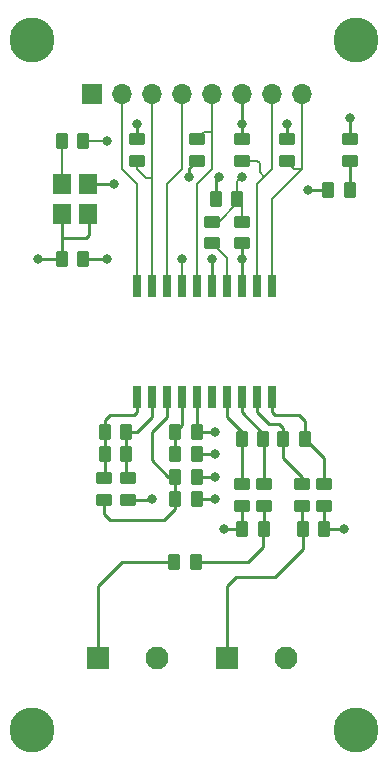
<source format=gbr>
%TF.GenerationSoftware,KiCad,Pcbnew,7.0.10-7.0.10~ubuntu22.04.1*%
%TF.CreationDate,2024-03-28T15:08:32-05:00*%
%TF.ProjectId,IIoT_Sensor,49496f54-5f53-4656-9e73-6f722e6b6963,1.0*%
%TF.SameCoordinates,Original*%
%TF.FileFunction,Copper,L1,Top*%
%TF.FilePolarity,Positive*%
%FSLAX46Y46*%
G04 Gerber Fmt 4.6, Leading zero omitted, Abs format (unit mm)*
G04 Created by KiCad (PCBNEW 7.0.10-7.0.10~ubuntu22.04.1) date 2024-03-28 15:08:32*
%MOMM*%
%LPD*%
G01*
G04 APERTURE LIST*
G04 Aperture macros list*
%AMRoundRect*
0 Rectangle with rounded corners*
0 $1 Rounding radius*
0 $2 $3 $4 $5 $6 $7 $8 $9 X,Y pos of 4 corners*
0 Add a 4 corners polygon primitive as box body*
4,1,4,$2,$3,$4,$5,$6,$7,$8,$9,$2,$3,0*
0 Add four circle primitives for the rounded corners*
1,1,$1+$1,$2,$3*
1,1,$1+$1,$4,$5*
1,1,$1+$1,$6,$7*
1,1,$1+$1,$8,$9*
0 Add four rect primitives between the rounded corners*
20,1,$1+$1,$2,$3,$4,$5,0*
20,1,$1+$1,$4,$5,$6,$7,0*
20,1,$1+$1,$6,$7,$8,$9,0*
20,1,$1+$1,$8,$9,$2,$3,0*%
G04 Aperture macros list end*
%TA.AperFunction,ComponentPad*%
%ADD10C,3.800000*%
%TD*%
%TA.AperFunction,SMDPad,CuDef*%
%ADD11RoundRect,0.250000X0.450000X-0.262500X0.450000X0.262500X-0.450000X0.262500X-0.450000X-0.262500X0*%
%TD*%
%TA.AperFunction,SMDPad,CuDef*%
%ADD12RoundRect,0.250000X-0.262500X-0.450000X0.262500X-0.450000X0.262500X0.450000X-0.262500X0.450000X0*%
%TD*%
%TA.AperFunction,SMDPad,CuDef*%
%ADD13R,0.650000X1.900000*%
%TD*%
%TA.AperFunction,SMDPad,CuDef*%
%ADD14RoundRect,0.250000X-0.450000X0.262500X-0.450000X-0.262500X0.450000X-0.262500X0.450000X0.262500X0*%
%TD*%
%TA.AperFunction,ComponentPad*%
%ADD15R,1.950000X1.950000*%
%TD*%
%TA.AperFunction,ComponentPad*%
%ADD16C,1.950000*%
%TD*%
%TA.AperFunction,SMDPad,CuDef*%
%ADD17RoundRect,0.250000X0.262500X0.450000X-0.262500X0.450000X-0.262500X-0.450000X0.262500X-0.450000X0*%
%TD*%
%TA.AperFunction,ComponentPad*%
%ADD18R,1.700000X1.700000*%
%TD*%
%TA.AperFunction,ComponentPad*%
%ADD19O,1.700000X1.700000*%
%TD*%
%TA.AperFunction,SMDPad,CuDef*%
%ADD20R,1.500000X1.700000*%
%TD*%
%TA.AperFunction,ViaPad*%
%ADD21C,0.800000*%
%TD*%
%TA.AperFunction,Conductor*%
%ADD22C,0.250000*%
%TD*%
%TA.AperFunction,Conductor*%
%ADD23C,0.200000*%
%TD*%
G04 APERTURE END LIST*
D10*
%TO.P,,1*%
%TO.N,N/C*%
X174752000Y-112268000D03*
%TD*%
D11*
%TO.P,R3,1*%
%TO.N,CHANNEL0*%
X170180000Y-93265000D03*
%TO.P,R3,2*%
%TO.N,AIN0P*%
X170180000Y-91440000D03*
%TD*%
D12*
%TO.P,C8,1*%
%TO.N,HLDO_OUT*%
X159465000Y-86995000D03*
%TO.P,C8,2*%
%TO.N,HGND*%
X161290000Y-86995000D03*
%TD*%
%TO.P,C5,1*%
%TO.N,HLDO_IN*%
X159465000Y-92710000D03*
%TO.P,C5,2*%
%TO.N,HGND*%
X161290000Y-92710000D03*
%TD*%
%TO.P,C6,1*%
%TO.N,HLDO_IN*%
X159465000Y-90805000D03*
%TO.P,C6,2*%
%TO.N,HGND*%
X161290000Y-90805000D03*
%TD*%
D13*
%TO.P,IC1,1,DCDC_OUT*%
%TO.N,DCDC_OUT*%
X156210000Y-84100000D03*
%TO.P,IC1,2,DCDC_HGND*%
%TO.N,DCDC_HGND*%
X157480000Y-84100000D03*
%TO.P,IC1,3,HLDO_IN*%
%TO.N,HLDO_IN*%
X158750000Y-84100000D03*
%TO.P,IC1,4,HLDO_OUT*%
%TO.N,HLDO_OUT*%
X160020000Y-84100000D03*
%TO.P,IC1,5,HGND*%
%TO.N,HGND*%
X161290000Y-84100000D03*
%TO.P,IC1,6,GPO*%
%TO.N,unconnected-(IC1-GPO-Pad6)*%
X162560000Y-84100000D03*
%TO.P,IC1,7,AIN1N*%
%TO.N,AIN1N*%
X163830000Y-84100000D03*
%TO.P,IC1,8,AIN1P*%
%TO.N,AIN1P*%
X165100000Y-84100000D03*
%TO.P,IC1,9,AIN0P*%
%TO.N,AIN0P*%
X166370000Y-84100000D03*
%TO.P,IC1,10,AIN0N*%
%TO.N,AIN0N*%
X167640000Y-84100000D03*
%TO.P,IC1,11,~{SYNC}/~{RESET}*%
%TO.N,~{SYNC}{slash}~{RESET}*%
X167640000Y-74650000D03*
%TO.P,IC1,12,DOUT*%
%TO.N,DOUT*%
X166370000Y-74650000D03*
%TO.P,IC1,13,DVDD*%
%TO.N,DVDD*%
X165100000Y-74650000D03*
%TO.P,IC1,14,DCDC_CAP*%
%TO.N,DCDC_CAP*%
X163830000Y-74650000D03*
%TO.P,IC1,15,DGND*%
%TO.N,DGND*%
X162560000Y-74650000D03*
%TO.P,IC1,16,~{DRDY}*%
%TO.N,~{DRDY}*%
X161290000Y-74650000D03*
%TO.P,IC1,17,CLKIN*%
%TO.N,CLK*%
X160020000Y-74650000D03*
%TO.P,IC1,18,SCLK*%
%TO.N,SCLK*%
X158750000Y-74650000D03*
%TO.P,IC1,19,~{CS}*%
%TO.N,~{CS_MCU}*%
X157480000Y-74650000D03*
%TO.P,IC1,20,DIN*%
%TO.N,DIN*%
X156210000Y-74650000D03*
%TD*%
D14*
%TO.P,D1,1,K*%
%TO.N,DGND*%
X174244000Y-62230000D03*
%TO.P,D1,2,A*%
%TO.N,Net-(D1-A)*%
X174244000Y-64055000D03*
%TD*%
D15*
%TO.P,J4,1,Pin_1*%
%TO.N,CHANNEL0*%
X163830000Y-106122500D03*
D16*
%TO.P,J4,2,Pin_2*%
%TO.N,HGND*%
X168830000Y-106122500D03*
%TD*%
D14*
%TO.P,R10,1*%
%TO.N,DVDD*%
X165100000Y-62230000D03*
%TO.P,R10,2*%
%TO.N,DOUT*%
X165100000Y-64055000D03*
%TD*%
D17*
%TO.P,C10,1*%
%TO.N,AIN1P*%
X166925000Y-87630000D03*
%TO.P,C10,2*%
%TO.N,AIN1N*%
X165100000Y-87630000D03*
%TD*%
D11*
%TO.P,R11,1*%
%TO.N,DVDD*%
X161290000Y-64055000D03*
%TO.P,R11,2*%
%TO.N,~{DRDY}*%
X161290000Y-62230000D03*
%TD*%
D10*
%TO.P,,1*%
%TO.N,DGND*%
X174752000Y-53848000D03*
%TD*%
D15*
%TO.P,J5,1,Pin_1*%
%TO.N,CHANNEL1*%
X152948000Y-106122500D03*
D16*
%TO.P,J5,2,Pin_2*%
%TO.N,HGND*%
X157948000Y-106122500D03*
%TD*%
D11*
%TO.P,FB2,1*%
%TO.N,HGND*%
X155448000Y-92757000D03*
%TO.P,FB2,2*%
%TO.N,DCDC_HGND*%
X155448000Y-90932000D03*
%TD*%
%TO.P,R6,1*%
%TO.N,Net-(R6-Pad1)*%
X167005000Y-93265000D03*
%TO.P,R6,2*%
%TO.N,AIN1P*%
X167005000Y-91440000D03*
%TD*%
D12*
%TO.P,C7,1*%
%TO.N,HLDO_OUT*%
X159465000Y-88900000D03*
%TO.P,C7,2*%
%TO.N,HGND*%
X161290000Y-88900000D03*
%TD*%
%TO.P,C3,1*%
%TO.N,DCDC_OUT*%
X153519500Y-88900000D03*
%TO.P,C3,2*%
%TO.N,DCDC_HGND*%
X155344500Y-88900000D03*
%TD*%
D14*
%TO.P,C11,1*%
%TO.N,DGND*%
X162560000Y-69215000D03*
%TO.P,C11,2*%
%TO.N,DCDC_CAP*%
X162560000Y-71040000D03*
%TD*%
D12*
%TO.P,R12,1*%
%TO.N,Net-(Y1-_CLOCK_OUTPUT)*%
X149860000Y-62420363D03*
%TO.P,R12,2*%
%TO.N,CLK*%
X151685000Y-62420363D03*
%TD*%
D10*
%TO.P,,1*%
%TO.N,N/C*%
X147320000Y-112268000D03*
%TD*%
%TO.P,REF\u002A\u002A,1*%
%TO.N,DGND*%
X147320000Y-53848000D03*
%TD*%
D18*
%TO.P,J1,1,Pin_1*%
%TO.N,DGND*%
X152400000Y-58420000D03*
D19*
%TO.P,J1,2,Pin_2*%
%TO.N,DIN*%
X154940000Y-58420000D03*
%TO.P,J1,3,Pin_3*%
%TO.N,~{CS_MCU}*%
X157480000Y-58420000D03*
%TO.P,J1,4,Pin_4*%
%TO.N,SCLK*%
X160020000Y-58420000D03*
%TO.P,J1,5,Pin_5*%
%TO.N,~{DRDY}*%
X162560000Y-58420000D03*
%TO.P,J1,6,Pin_6*%
%TO.N,DVDD*%
X165100000Y-58420000D03*
%TO.P,J1,7,Pin_7*%
%TO.N,DOUT*%
X167640000Y-58420000D03*
%TO.P,J1,8,Pin_8*%
%TO.N,~{SYNC}{slash}~{RESET}*%
X170180000Y-58420000D03*
%TD*%
D12*
%TO.P,C9,1*%
%TO.N,AIN0P*%
X168632500Y-87630000D03*
%TO.P,C9,2*%
%TO.N,AIN0N*%
X170457500Y-87630000D03*
%TD*%
D11*
%TO.P,R5,1*%
%TO.N,HGND*%
X165100000Y-93265000D03*
%TO.P,R5,2*%
%TO.N,AIN1N*%
X165100000Y-91440000D03*
%TD*%
D12*
%TO.P,C12,1*%
%TO.N,DVDD*%
X149860000Y-72390000D03*
%TO.P,C12,2*%
%TO.N,DGND*%
X151685000Y-72390000D03*
%TD*%
%TO.P,C2,1*%
%TO.N,DVDD*%
X162917500Y-67310000D03*
%TO.P,C2,2*%
%TO.N,DGND*%
X164742500Y-67310000D03*
%TD*%
D14*
%TO.P,R1,1*%
%TO.N,DVDD*%
X168910000Y-62230000D03*
%TO.P,R1,2*%
%TO.N,~{SYNC}{slash}~{RESET}*%
X168910000Y-64055000D03*
%TD*%
D17*
%TO.P,R7,1*%
%TO.N,Net-(R6-Pad1)*%
X166965000Y-95250000D03*
%TO.P,R7,2*%
%TO.N,HGND*%
X165140000Y-95250000D03*
%TD*%
D11*
%TO.P,FB1,1*%
%TO.N,HLDO_IN*%
X153416000Y-92757000D03*
%TO.P,FB1,2*%
%TO.N,DCDC_OUT*%
X153416000Y-90932000D03*
%TD*%
D17*
%TO.P,R8,1*%
%TO.N,Net-(R6-Pad1)*%
X161210000Y-98044000D03*
%TO.P,R8,2*%
%TO.N,CHANNEL1*%
X159385000Y-98044000D03*
%TD*%
D11*
%TO.P,R2,1*%
%TO.N,HGND*%
X172085000Y-93265000D03*
%TO.P,R2,2*%
%TO.N,AIN0N*%
X172085000Y-91440000D03*
%TD*%
%TO.P,C1,1*%
%TO.N,DVDD*%
X165100000Y-71040000D03*
%TO.P,C1,2*%
%TO.N,DGND*%
X165100000Y-69215000D03*
%TD*%
D12*
%TO.P,C4,1*%
%TO.N,DCDC_OUT*%
X153519500Y-86995000D03*
%TO.P,C4,2*%
%TO.N,DCDC_HGND*%
X155344500Y-86995000D03*
%TD*%
%TO.P,R13,1*%
%TO.N,DVDD*%
X172419000Y-66548000D03*
%TO.P,R13,2*%
%TO.N,Net-(D1-A)*%
X174244000Y-66548000D03*
%TD*%
D20*
%TO.P,Y1,1,_OE_FUNCTION*%
%TO.N,DVDD*%
X152060000Y-68580000D03*
%TO.P,Y1,2,GROUND*%
%TO.N,DGND*%
X152060000Y-66040000D03*
%TO.P,Y1,3,_CLOCK_OUTPUT*%
%TO.N,Net-(Y1-_CLOCK_OUTPUT)*%
X149860000Y-66040000D03*
%TO.P,Y1,4,VDD*%
%TO.N,DVDD*%
X149860000Y-68580000D03*
%TD*%
D14*
%TO.P,R9,1*%
%TO.N,DVDD*%
X156210000Y-62230000D03*
%TO.P,R9,2*%
%TO.N,~{CS_MCU}*%
X156210000Y-64055000D03*
%TD*%
D17*
%TO.P,R4,1*%
%TO.N,HGND*%
X172085000Y-95250000D03*
%TO.P,R4,2*%
%TO.N,CHANNEL0*%
X170260000Y-95250000D03*
%TD*%
D21*
%TO.N,DVDD*%
X165100000Y-72390000D03*
X168910000Y-60960000D03*
X163195000Y-65405000D03*
X147828000Y-72390000D03*
X160655000Y-65405000D03*
X170688000Y-66548000D03*
X156210000Y-60960000D03*
X165100000Y-60960000D03*
%TO.N,DGND*%
X154305000Y-66040000D03*
X165100000Y-65405000D03*
X162560000Y-72390000D03*
X153670000Y-72390000D03*
X174244000Y-60452000D03*
%TO.N,HGND*%
X162814000Y-92710000D03*
X162814000Y-86995000D03*
X173736000Y-95250000D03*
X162814000Y-90805000D03*
X157480000Y-92710000D03*
X163576000Y-95250000D03*
X162814000Y-88900000D03*
%TO.N,CLK*%
X153670000Y-62420363D03*
X160020000Y-72390000D03*
%TD*%
D22*
%TO.N,DGND*%
X151685000Y-72390000D02*
X153670000Y-72390000D01*
%TO.N,DVDD*%
X149860000Y-70612000D02*
X149860000Y-72390000D01*
X147828000Y-72390000D02*
X150047500Y-72390000D01*
D23*
%TO.N,Net-(Y1-_CLOCK_OUTPUT)*%
X149860000Y-62420363D02*
X149860000Y-66040000D01*
%TO.N,CLK*%
X151685000Y-62420363D02*
X153670000Y-62420363D01*
D22*
%TO.N,DVDD*%
X149860000Y-70612000D02*
X149860000Y-68580000D01*
X160655000Y-65405000D02*
X160655000Y-64690000D01*
X165100000Y-72390000D02*
X165100000Y-74650000D01*
X152146000Y-68666000D02*
X152060000Y-68580000D01*
X151892000Y-70612000D02*
X152146000Y-70358000D01*
X149860000Y-70612000D02*
X151892000Y-70612000D01*
X170688000Y-66548000D02*
X172419000Y-66548000D01*
X149860000Y-72202500D02*
X150047500Y-72390000D01*
X160655000Y-64690000D02*
X161290000Y-64055000D01*
X162917500Y-67310000D02*
X162917500Y-65682500D01*
X165100000Y-71040000D02*
X165100000Y-72390000D01*
X165100000Y-60960000D02*
X165100000Y-62230000D01*
X162917500Y-65682500D02*
X163195000Y-65405000D01*
X155956000Y-61976000D02*
X156210000Y-62230000D01*
X168910000Y-60960000D02*
X168910000Y-62230000D01*
X156210000Y-60960000D02*
X156210000Y-62230000D01*
X165100000Y-58420000D02*
X165100000Y-60960000D01*
X152146000Y-70358000D02*
X152146000Y-68666000D01*
D23*
%TO.N,DGND*%
X165100000Y-69215000D02*
X165100000Y-67667500D01*
X162560000Y-69215000D02*
X163195000Y-69215000D01*
D22*
X152060000Y-66040000D02*
X154305000Y-66040000D01*
X162560000Y-72390000D02*
X162560000Y-74650000D01*
D23*
X163195000Y-69215000D02*
X164742500Y-67667500D01*
D22*
X174244000Y-62230000D02*
X174244000Y-60452000D01*
D23*
X165100000Y-67667500D02*
X164742500Y-67310000D01*
X164742500Y-67667500D02*
X164742500Y-67310000D01*
X165100000Y-65405000D02*
X164742500Y-65762500D01*
X164742500Y-65762500D02*
X164742500Y-67310000D01*
D22*
%TO.N,DCDC_OUT*%
X155956000Y-85598000D02*
X156210000Y-85344000D01*
X153519500Y-86995000D02*
X153519500Y-86002500D01*
X153519500Y-88900000D02*
X153519500Y-90828500D01*
X153519500Y-90828500D02*
X153416000Y-90932000D01*
X156210000Y-85344000D02*
X156210000Y-84100000D01*
X153519500Y-86995000D02*
X153519500Y-88900000D01*
X153924000Y-85598000D02*
X155956000Y-85598000D01*
X153519500Y-86002500D02*
X153924000Y-85598000D01*
%TO.N,DCDC_HGND*%
X156210000Y-86995000D02*
X155344500Y-86995000D01*
X157480000Y-85725000D02*
X156210000Y-86995000D01*
X155344500Y-88900000D02*
X155344500Y-90828500D01*
X157480000Y-85725000D02*
X157480000Y-84100000D01*
X155344500Y-90828500D02*
X155448000Y-90932000D01*
X155344500Y-86995000D02*
X155344500Y-88900000D01*
%TO.N,HLDO_IN*%
X153416000Y-92757000D02*
X153416000Y-93980000D01*
X159465000Y-90805000D02*
X159465000Y-92710000D01*
X158496000Y-94488000D02*
X159465000Y-93519000D01*
X158750000Y-85725000D02*
X157480000Y-86995000D01*
X157480000Y-89408000D02*
X158877000Y-90805000D01*
X158877000Y-90805000D02*
X159465000Y-90805000D01*
X153416000Y-93980000D02*
X153924000Y-94488000D01*
X153924000Y-94488000D02*
X158496000Y-94488000D01*
X157480000Y-86995000D02*
X157480000Y-89408000D01*
X159465000Y-93519000D02*
X159465000Y-92710000D01*
X158750000Y-84100000D02*
X158750000Y-85725000D01*
%TO.N,HGND*%
X161290000Y-90805000D02*
X162814000Y-90805000D01*
X161290000Y-92710000D02*
X162814000Y-92710000D01*
X165140000Y-95250000D02*
X163576000Y-95250000D01*
X165140000Y-95250000D02*
X165140000Y-93305000D01*
X165140000Y-93305000D02*
X165100000Y-93265000D01*
X172085000Y-93265000D02*
X172085000Y-95250000D01*
X172085000Y-95250000D02*
X173736000Y-95250000D01*
X161290000Y-88900000D02*
X162814000Y-88900000D01*
X157433000Y-92757000D02*
X157480000Y-92710000D01*
X161290000Y-86995000D02*
X161290000Y-84100000D01*
X155448000Y-92757000D02*
X157433000Y-92757000D01*
X161290000Y-86995000D02*
X162814000Y-86995000D01*
%TO.N,HLDO_OUT*%
X159465000Y-86995000D02*
X159465000Y-88900000D01*
X160020000Y-86440000D02*
X159465000Y-86995000D01*
X160020000Y-84100000D02*
X160020000Y-86440000D01*
%TO.N,AIN0P*%
X170180000Y-91440000D02*
X170180000Y-90805000D01*
X168275000Y-86360000D02*
X168632500Y-86717500D01*
X166370000Y-84100000D02*
X166370000Y-85344000D01*
X170180000Y-90805000D02*
X168632500Y-89257500D01*
X166370000Y-85344000D02*
X167386000Y-86360000D01*
X167386000Y-86360000D02*
X168275000Y-86360000D01*
X168632500Y-86717500D02*
X168632500Y-87630000D01*
X168632500Y-89257500D02*
X168632500Y-87630000D01*
%TO.N,AIN0N*%
X167894000Y-85598000D02*
X167640000Y-85344000D01*
X170457500Y-87630000D02*
X170457500Y-86129500D01*
X169926000Y-85598000D02*
X167894000Y-85598000D01*
X172085000Y-89257500D02*
X170457500Y-87630000D01*
X172085000Y-91440000D02*
X172085000Y-89257500D01*
X170457500Y-86129500D02*
X169926000Y-85598000D01*
X167640000Y-85344000D02*
X167640000Y-84100000D01*
%TO.N,AIN1P*%
X165100000Y-85344000D02*
X165100000Y-84100000D01*
X166925000Y-87630000D02*
X166925000Y-87169000D01*
X166925000Y-87169000D02*
X165100000Y-85344000D01*
X167005000Y-91440000D02*
X167005000Y-87710000D01*
X167005000Y-87710000D02*
X166925000Y-87630000D01*
%TO.N,AIN1N*%
X165100000Y-86995000D02*
X163830000Y-85725000D01*
X165100000Y-87630000D02*
X165100000Y-86995000D01*
X163830000Y-85725000D02*
X163830000Y-84100000D01*
X165100000Y-91440000D02*
X165100000Y-87630000D01*
D23*
%TO.N,DCDC_CAP*%
X163830000Y-72310000D02*
X163830000Y-74650000D01*
X162560000Y-71040000D02*
X163830000Y-72310000D01*
%TO.N,~{SYNC}{slash}~{RESET}*%
X168910000Y-64135000D02*
X169545000Y-64770000D01*
X169545000Y-64770000D02*
X170180000Y-64770000D01*
X170180000Y-64770000D02*
X167640000Y-67310000D01*
X170180000Y-58420000D02*
X170180000Y-64770000D01*
X167640000Y-67310000D02*
X167640000Y-74015000D01*
%TO.N,DOUT*%
X165100000Y-64055000D02*
X166417000Y-64055000D01*
X166624000Y-64262000D02*
X166624000Y-65024000D01*
X166417000Y-64055000D02*
X166624000Y-64262000D01*
X166624000Y-65024000D02*
X167005000Y-65405000D01*
X167640000Y-58420000D02*
X167640000Y-64770000D01*
X167005000Y-65405000D02*
X166370000Y-66040000D01*
X166370000Y-66040000D02*
X166370000Y-74650000D01*
X167640000Y-64770000D02*
X167005000Y-65405000D01*
%TO.N,~{DRDY}*%
X161290000Y-66040000D02*
X161290000Y-74650000D01*
X162560000Y-58420000D02*
X162560000Y-61595000D01*
X161925000Y-61595000D02*
X162560000Y-61595000D01*
X162560000Y-64770000D02*
X161290000Y-66040000D01*
X161290000Y-62230000D02*
X161925000Y-61595000D01*
X162560000Y-61595000D02*
X162560000Y-64770000D01*
%TO.N,CLK*%
X160020000Y-72390000D02*
X160020000Y-74650000D01*
%TO.N,SCLK*%
X160020000Y-64770000D02*
X158750000Y-66040000D01*
X160020000Y-58420000D02*
X160020000Y-64770000D01*
X158750000Y-66040000D02*
X158750000Y-74650000D01*
%TO.N,~{CS_MCU}*%
X156210000Y-64055000D02*
X156210000Y-64770000D01*
X157480000Y-58420000D02*
X157480000Y-65532000D01*
X157480000Y-65532000D02*
X157480000Y-74650000D01*
X156972000Y-65532000D02*
X157480000Y-65532000D01*
X156210000Y-64770000D02*
X156972000Y-65532000D01*
%TO.N,DIN*%
X154940000Y-64770000D02*
X154940000Y-58420000D01*
X156210000Y-74650000D02*
X156210000Y-66040000D01*
X156210000Y-66040000D02*
X154940000Y-64770000D01*
D22*
%TO.N,CHANNEL0*%
X163830000Y-100076000D02*
X163830000Y-106122500D01*
X170260000Y-95250000D02*
X170260000Y-96948000D01*
X170180000Y-93265000D02*
X170180000Y-95170000D01*
X164592000Y-99314000D02*
X163830000Y-100076000D01*
X170180000Y-95170000D02*
X170260000Y-95250000D01*
X170260000Y-96948000D02*
X167894000Y-99314000D01*
X167894000Y-99314000D02*
X164592000Y-99314000D01*
%TO.N,CHANNEL1*%
X154980000Y-98044000D02*
X159385000Y-98044000D01*
X152948000Y-100076000D02*
X154980000Y-98044000D01*
X152948000Y-100076000D02*
X152948000Y-106122500D01*
%TO.N,Net-(R6-Pad1)*%
X167005000Y-93265000D02*
X167005000Y-95210000D01*
X167005000Y-95210000D02*
X166965000Y-95250000D01*
X166878000Y-95337000D02*
X166965000Y-95250000D01*
X165608000Y-98044000D02*
X161210000Y-98044000D01*
X166878000Y-96774000D02*
X165608000Y-98044000D01*
X166878000Y-95337000D02*
X166878000Y-96774000D01*
%TO.N,Net-(Y1-_CLOCK_OUTPUT)*%
X150047500Y-62420363D02*
X149860000Y-62607863D01*
%TO.N,Net-(D1-A)*%
X174244000Y-66548000D02*
X174244000Y-64055000D01*
%TD*%
M02*

</source>
